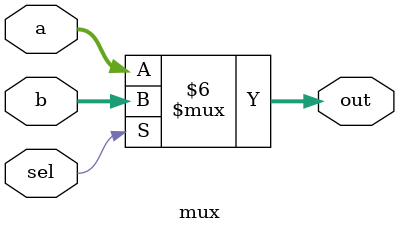
<source format=v>
module mux( 
input [4:0] a, b,
input sel,
output [4:0] out );
// When sel=0, assign a to out. 
// When sel=1, assign b to out. 
// When sel=2, assign a to out. 
// When sel=3, assign b to out. 
assign out = (sel==0) ? a : (sel==1) ? b : (sel==2) ? a : b;
endmodule

</source>
